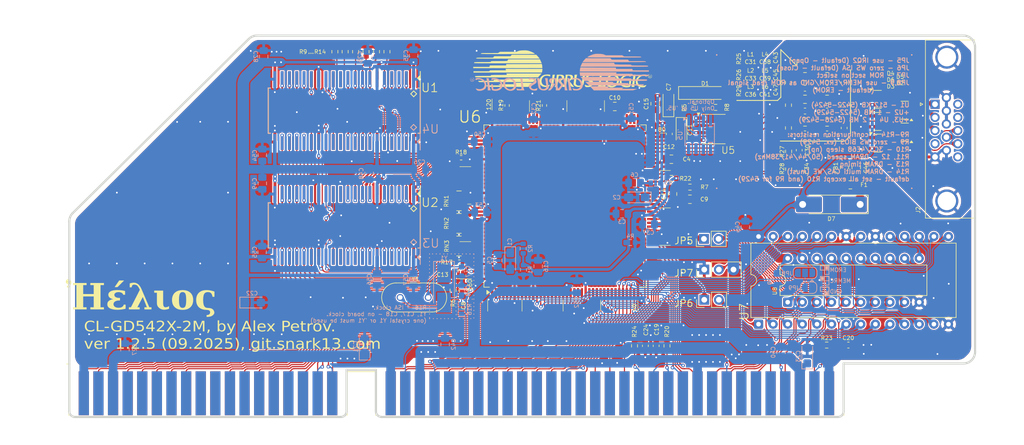
<source format=kicad_pcb>
(kicad_pcb
	(version 20241229)
	(generator "pcbnew")
	(generator_version "9.0")
	(general
		(thickness 1.6)
		(legacy_teardrops no)
	)
	(paper "A4")
	(title_block
		(title "Helios - Cirrus Logic GD542x-2M ISA VGA Card")
		(date "2025-09-13")
		(rev "1.2.5")
		(company "Alexander Petrov")
	)
	(layers
		(0 "F.Cu" signal)
		(2 "B.Cu" signal)
		(9 "F.Adhes" user "F.Adhesive")
		(11 "B.Adhes" user "B.Adhesive")
		(13 "F.Paste" user)
		(15 "B.Paste" user)
		(5 "F.SilkS" user "F.Silkscreen")
		(7 "B.SilkS" user "B.Silkscreen")
		(1 "F.Mask" user)
		(3 "B.Mask" user)
		(17 "Dwgs.User" user "User.Drawings")
		(19 "Cmts.User" user "User.Comments")
		(21 "Eco1.User" user "User.Eco1")
		(23 "Eco2.User" user "User.Eco2")
		(25 "Edge.Cuts" user)
		(27 "Margin" user)
		(31 "F.CrtYd" user "F.Courtyard")
		(29 "B.CrtYd" user "B.Courtyard")
		(35 "F.Fab" user)
		(33 "B.Fab" user)
	)
	(setup
		(stackup
			(layer "F.SilkS"
				(type "Top Silk Screen")
				(color "White")
			)
			(layer "F.Paste"
				(type "Top Solder Paste")
			)
			(layer "F.Mask"
				(type "Top Solder Mask")
				(color "Green")
				(thickness 0.01)
			)
			(layer "F.Cu"
				(type "copper")
				(thickness 0.035)
			)
			(layer "dielectric 1"
				(type "core")
				(color "FR4 natural")
				(thickness 1.51)
				(material "FR4")
				(epsilon_r 4.5)
				(loss_tangent 0.02)
			)
			(layer "B.Cu"
				(type "copper")
				(thickness 0.035)
			)
			(layer "B.Mask"
				(type "Bottom Solder Mask")
				(color "Green")
				(thickness 0.01)
			)
			(layer "B.Paste"
				(type "Bottom Solder Paste")
			)
			(layer "B.SilkS"
				(type "Bottom Silk Screen")
				(color "White")
			)
			(copper_finish "ENIG")
			(dielectric_constraints no)
		)
		(pad_to_mask_clearance 0)
		(allow_soldermask_bridges_in_footprints yes)
		(tenting front back)
		(pcbplotparams
			(layerselection 0x00000000_00000000_55555555_575555ff)
			(plot_on_all_layers_selection 0x00000000_00000000_00000000_02000000)
			(disableapertmacros no)
			(usegerberextensions yes)
			(usegerberattributes yes)
			(usegerberadvancedattributes yes)
			(creategerberjobfile yes)
			(dashed_line_dash_ratio 12.000000)
			(dashed_line_gap_ratio 3.000000)
			(svgprecision 4)
			(plotframeref no)
			(mode 1)
			(useauxorigin no)
			(hpglpennumber 1)
			(hpglpenspeed 20)
			(hpglpendiameter 15.000000)
			(pdf_front_fp_property_popups yes)
			(pdf_back_fp_property_popups yes)
			(pdf_metadata yes)
			(pdf_single_document no)
			(dxfpolygonmode yes)
			(dxfimperialunits yes)
			(dxfusepcbnewfont yes)
			(psnegative no)
			(psa4output no)
			(plot_black_and_white yes)
			(sketchpadsonfab no)
			(plotpadnumbers no)
			(hidednponfab no)
			(sketchdnponfab yes)
			(crossoutdnponfab yes)
			(subtractmaskfromsilk yes)
			(outputformat 1)
			(mirror no)
			(drillshape 0)
			(scaleselection 1)
			(outputdirectory "out/helios-0.5/")
		)
	)
	(net 0 "")
	(net 1 "/MD16")
	(net 2 "/MD17")
	(net 3 "/MD18")
	(net 4 "/MD19")
	(net 5 "/MD20")
	(net 6 "/MD21")
	(net 7 "/MD22")
	(net 8 "/MD23")
	(net 9 "/MD24")
	(net 10 "/MD25")
	(net 11 "/MD26")
	(net 12 "/MD27")
	(net 13 "/MD28")
	(net 14 "/MD29")
	(net 15 "/MD30")
	(net 16 "/MD31")
	(net 17 "/SD0")
	(net 18 "/SD1")
	(net 19 "/SD2")
	(net 20 "/SD3")
	(net 21 "/SD4")
	(net 22 "/SD5")
	(net 23 "/SD6")
	(net 24 "/SD7")
	(net 25 "/SD8")
	(net 26 "/SD9")
	(net 27 "/SD10")
	(net 28 "/SD11")
	(net 29 "/SD12")
	(net 30 "/SD13")
	(net 31 "/SD14")
	(net 32 "/SD15")
	(net 33 "/RESET")
	(net 34 "/LA23")
	(net 35 "/IOCHRDY")
	(net 36 "/LA22")
	(net 37 "/AEN")
	(net 38 "/BALE")
	(net 39 "/LA21")
	(net 40 "/LA20")
	(net 41 "/LA19")
	(net 42 "/LA18")
	(net 43 "/LA17")
	(net 44 "/SA16")
	(net 45 "/SA15")
	(net 46 "/SA14")
	(net 47 "/SA13")
	(net 48 "/SA12")
	(net 49 "/SA11")
	(net 50 "/SA10")
	(net 51 "/SA9")
	(net 52 "/SA8")
	(net 53 "/SA7")
	(net 54 "/SA6")
	(net 55 "/SA5")
	(net 56 "/SA4")
	(net 57 "/SA3")
	(net 58 "/SA2")
	(net 59 "/SA1")
	(net 60 "/SA0")
	(net 61 "/MD0")
	(net 62 "/MD1")
	(net 63 "/MD2")
	(net 64 "/MD3")
	(net 65 "/MD4")
	(net 66 "/MD5")
	(net 67 "/MD6")
	(net 68 "/MD7")
	(net 69 "VCC")
	(net 70 "RED")
	(net 71 "GREEN")
	(net 72 "BLUE")
	(net 73 "Net-(D1-A)")
	(net 74 "Net-(F1-Pad1)")
	(net 75 "MFILVDD")
	(net 76 "DACVSS")
	(net 77 "DACVDD")
	(net 78 "IREF")
	(net 79 "VFILVDD")
	(net 80 "MFILTER")
	(net 81 "VFILTER")
	(net 82 "/~{MEMW}")
	(net 83 "/~{MEMR}")
	(net 84 "/~{CAS3}")
	(net 85 "/~{IOR}")
	(net 86 "/~{CAS2}")
	(net 87 "/~{CAS1}")
	(net 88 "/~{CAS0}")
	(net 89 "/~{WE}")
	(net 90 "/~{RAS1}")
	(net 91 "/~{RAS0}")
	(net 92 "/~{EROM}")
	(net 93 "/~{IOCS16}")
	(net 94 "/~{MCS16}")
	(net 95 "/~{SBHE}")
	(net 96 "/~{REFRESH}")
	(net 97 "/~{IOW}")
	(net 98 "/0WS")
	(net 99 "VSYNC")
	(net 100 "HSYNC")
	(net 101 "/EEDI")
	(net 102 "/EECS")
	(net 103 "/P0")
	(net 104 "/P1")
	(net 105 "/P2")
	(net 106 "/P3")
	(net 107 "/P4")
	(net 108 "/P5")
	(net 109 "/P6")
	(net 110 "/P7")
	(net 111 "/DCLK")
	(net 112 "/~{BLANK}")
	(net 113 "/~{EVIDEO}")
	(net 114 "/~{ESYNC}")
	(net 115 "/~{EDCLK}")
	(net 116 "/MD15")
	(net 117 "/MD14")
	(net 118 "/MD13")
	(net 119 "/MD12")
	(net 120 "/MD11")
	(net 121 "/MD10")
	(net 122 "/MD9")
	(net 123 "/MD8")
	(net 124 "/MA8")
	(net 125 "/MA7")
	(net 126 "/MA6")
	(net 127 "/MA5")
	(net 128 "/MA4")
	(net 129 "/MA3")
	(net 130 "/MA2")
	(net 131 "/MA1")
	(net 132 "/MA0")
	(net 133 "/BOSC")
	(net 134 "unconnected-(J1--5V-Pad5)")
	(net 135 "unconnected-(J1-DRQ2-Pad6)")
	(net 136 "unconnected-(J1--12V-Pad7)")
	(net 137 "Net-(J1-UNUSED)")
	(net 138 "unconnected-(J1-+12V-Pad9)")
	(net 139 "unconnected-(J1-~{DACK3}-Pad15)")
	(net 140 "unconnected-(J1-DRQ3-Pad16)")
	(net 141 "unconnected-(J1-~{DACK1}-Pad17)")
	(net 142 "unconnected-(J1-DRQ1-Pad18)")
	(net 143 "unconnected-(J1-CLK-Pad20)")
	(net 144 "unconnected-(J1-IRQ7-Pad21)")
	(net 145 "unconnected-(J1-IRQ6-Pad22)")
	(net 146 "unconnected-(J1-IRQ5-Pad23)")
	(net 147 "unconnected-(J1-IRQ4-Pad24)")
	(net 148 "unconnected-(J1-IRQ3-Pad25)")
	(net 149 "unconnected-(J1-~{DACK2}-Pad26)")
	(net 150 "unconnected-(J1-TC-Pad27)")
	(net 151 "unconnected-(J1-IO-Pad32)")
	(net 152 "unconnected-(J1-BA19-Pad43)")
	(net 153 "unconnected-(J1-BA18-Pad44)")
	(net 154 "unconnected-(J1-BA17-Pad45)")
	(net 155 "unconnected-(J1-IRQ10-Pad65)")
	(net 156 "unconnected-(J1-IRQ11-Pad66)")
	(net 157 "unconnected-(J1-IRQ12-Pad67)")
	(net 158 "unconnected-(J1-IRQ15-Pad68)")
	(net 159 "unconnected-(J1-IRQ14-Pad69)")
	(net 160 "unconnected-(J1-~{DACK0}-Pad70)")
	(net 161 "unconnected-(J1-DRQ0-Pad71)")
	(net 162 "unconnected-(J1-~{DACK5}-Pad72)")
	(net 163 "unconnected-(J1-DRQ5-Pad73)")
	(net 164 "unconnected-(J1-~{DACK6}-Pad74)")
	(net 165 "unconnected-(J1-DRQ6-Pad75)")
	(net 166 "unconnected-(J1-~{DACK7}-Pad76)")
	(net 167 "unconnected-(J1-DRQ7-Pad77)")
	(net 168 "unconnected-(J1-MASTER-Pad79)")
	(net 169 "unconnected-(J1-~{MEMR}-Pad89)")
	(net 170 "unconnected-(J1-~{MEMW}-Pad90)")
	(net 171 "unconnected-(J2-Pad4)")
	(net 172 "unconnected-(J2-Pad11)")
	(net 173 "unconnected-(J2-Pad12)")
	(net 174 "unconnected-(J2-Pad15)")
	(net 175 "unconnected-(U1-NC-Pad11)")
	(net 176 "unconnected-(U1-NC-Pad12)")
	(net 177 "unconnected-(U1-NC-Pad15)")
	(net 178 "unconnected-(U1-NC-Pad30)")
	(net 179 "Net-(RN1-R2.1)")
	(net 180 "Net-(RN1-R4.1)")
	(net 181 "Net-(RN1-R1.1)")
	(net 182 "Net-(RN1-R3.1)")
	(net 183 "Net-(RN2-R1.1)")
	(net 184 "GND")
	(net 185 "Net-(RN2-R4.1)")
	(net 186 "GNDA")
	(net 187 "Net-(RN2-R3.1)")
	(net 188 "Net-(RN2-R2.1)")
	(net 189 "Net-(C8-Pad1)")
	(net 190 "Net-(C9-Pad1)")
	(net 191 "Net-(C30-Pad1)")
	(net 192 "Net-(C34-Pad1)")
	(net 193 "Net-(RN3-R3.1)")
	(net 194 "Net-(RN3-R2.1)")
	(net 195 "Net-(RN3-R1.1)")
	(net 196 "Net-(RN3-R4.1)")
	(net 197 "/~{MEMRC}")
	(net 198 "Net-(J1-IRQ2)")
	(net 199 "/IRQ2")
	(net 200 "Net-(C38-Pad1)")
	(net 201 "Net-(C39-Pad1)")
	(net 202 "Net-(C41-Pad1)")
	(net 203 "Net-(C43-Pad1)")
	(net 204 "Net-(C45-Pad1)")
	(net 205 "Net-(C46-Pad1)")
	(net 206 "Net-(C47-Pad1)")
	(net 207 "Net-(D7-K)")
	(net 208 "Net-(JP7-C)")
	(net 209 "Net-(JP8-C)")
	(net 210 "unconnected-(U3-NC-Pad11)")
	(net 211 "unconnected-(U3-NC-Pad30)")
	(net 212 "unconnected-(U3-NC-Pad15)")
	(net 213 "unconnected-(U3-NC-Pad12)")
	(net 214 "unconnected-(U4-NC-Pad11)")
	(net 215 "unconnected-(U4-NC-Pad15)")
	(net 216 "unconnected-(U4-NC-Pad30)")
	(net 217 "unconnected-(U4-NC-Pad12)")
	(net 218 "Net-(U7-D4)")
	(net 219 "Net-(U7-D7)")
	(net 220 "Net-(U7-D1)")
	(net 221 "Net-(U7-D5)")
	(net 222 "Net-(U7-D0)")
	(net 223 "Net-(U7-D3)")
	(net 224 "Net-(U7-D6)")
	(net 225 "Net-(U7-D2)")
	(net 226 "Net-(U6-XTAL)")
	(net 227 "Net-(U6-OSC)")
	(net 228 "Net-(U6-RESET)")
	(net 229 "Net-(U6-~{IOR})")
	(net 230 "Net-(U6-MA0)")
	(net 231 "Net-(U6-~{WE1})")
	(net 232 "Net-(U6-~{WE2})")
	(net 233 "Net-(U6-~{WE3})")
	(net 234 "Net-(U6-~{TWR})")
	(net 235 "unconnected-(U2-NC-Pad11)")
	(net 236 "unconnected-(U2-NC-Pad30)")
	(net 237 "unconnected-(U2-NC-Pad15)")
	(net 238 "unconnected-(U2-NC-Pad12)")
	(net 239 "unconnected-(U6-OVRW-Pad71)")
	(net 240 "unconnected-(U6-MCLK-Pad157)")
	(net 241 "unconnected-(U6-MA9-Pad143)")
	(net 242 "Net-('U5-Pad2)")
	(footprint "Package_SO_J-Lead:SOJ-40-Socket-LongPads" (layer "F.Cu") (at 120.865 81.127 180))
	(footprint "Package_SO_J-Lead:SOJ-40-Socket-LongPads" (layer "F.Cu") (at 120.865 61.174 180))
	(footprint "Connector_PinHeader_2.54mm:PinHeader_1x02_P2.54mm_Vertical" (layer "F.Cu") (at 184.075 93.925 90))
	(footprint "Capacitor_SMD:C_0603_1608Metric_Pad1.08x0.95mm_HandSolder" (layer "F.Cu") (at 209.1312 101.8032))
	(footprint "Resistor_SMD:R_0603_1608Metric" (layer "F.Cu") (at 205.359 101.8032))
	(footprint "Capacitor_SMD:C_0805_2012Metric_Pad1.18x1.45mm_HandSolder" (layer "F.Cu") (at 178.3588 69.4944))
	(footprint "Capacitor_SMD:C_0805_2012Metric" (layer "F.Cu") (at 168.525 60.325 180))
	(footprint "Capacitor_SMD:C_0805_2012Metric_Pad1.18x1.45mm_HandSolder" (layer "F.Cu") (at 175.5394 59.8424 90))
	(footprint "Capacitor_SMD:C_0805_2012Metric_Pad1.18x1.45mm_HandSolder" (layer "F.Cu") (at 141.351 89.535))
	(footprint "Capacitor_SMD:C_0805_2012Metric_Pad1.18x1.45mm_HandSolder" (layer "F.Cu") (at 178.562 75.5396 -90))
	(footprint "Capacitor_SMD:C_0603_1608Metric_Pad1.08x0.95mm_HandSolder" (layer "F.Cu") (at 200.5838 71.501 90))
	(footprint "Capacitor_SMD:C_0603_1608Metric_Pad1.08x0.95mm_HandSolder" (layer "F.Cu") (at 178 65.1002 -90))
	(footprint "Capacitor_Tantalum_SMD:CP_EIA-3216-18_Kemet-A" (layer "F.Cu") (at 177.85 59.8 90))
	(footprint "Capacitor_SMD:C_0805_2012Metric_Pad1.18x1.45mm_HandSolder" (layer "F.Cu") (at 210.5 70.925 -90))
	(footprint "Diode_SMD:D_MELF-RM10_Universal_Handsoldering" (layer "F.Cu") (at 206.175 77.35 180))
	(footprint "Fuse:Fuse_0805_2012Metric_Pad1.15x1.40mm_HandSolder" (layer "F.Cu") (at 209.4738 73.9394))
	(footprint "Inductor_SMD:L_0805_2012Metric_Pad1.15x1.40mm_HandSolder" (layer "F.Cu") (at 208.45 70.925 -90))
	(footprint "Resistor_SMD:R_0402_1005Metric_Pad0.72x0.64mm_HandSolder" (layer "F.Cu") (at 156.3 60.15 -90))
	(footprint "Resistor_SMD:R_0603_1608Metric" (layer "F.Cu") (at 140.4112 92.2782 -90))
	(footprint "Resistor_SMD:R_0603_1608Metric" (layer "F.Cu") (at 181.5846 74.3458))
	(footprint "Resistor_SMD:R_0603_1608Metric" (layer "F.Cu") (at 182.475 60.475))
	(footprint "Resistor_SMD:R_0603_1608Metric" (layer "F.Cu") (at 186.05 60.475 180))
	(footprint "Resistor_SMD:R_0603_1608Metric" (layer "F.Cu") (at 198.75 68.125 -90))
	(footprint "Resistor_SMD:R_0603_1608Metric" (layer "F.Cu") (at 198.75 71.2216 90))
	(footprint "Package_SO:SOIC-8_3.9x4.9mm_P1.27mm" (layer "F.Cu") (at 185.775 64.25))
	(footprint "Resistor_SMD:R_0402_1005Metric_Pad0.72x0.64mm_HandSolder" (layer "F.Cu") (at 149.8 60.15 -90))
	(footprint "Capacitor_SMD:C_0805_2012Metric" (layer "F.Cu") (at 142.2654 92.4052 90))
	(footprint "Capacitor_SMD:C_0805_2012Metric" (layer "F.Cu") (at 181.5846 76.454 180))
	(footprint "Connector_PCBEdge:BUS_AT" (layer "F.Cu") (at 205.7659 110.17758))
	(footprint "Connector_PinHeader_2.54mm:PinHeader_1x03_P2.54mm_Vertical" (layer "F.Cu") (at 184.075 88.675 90))
	(footprint "Inductor_SMD:L_0805_2012Metric_Pad1.15x1.40mm_HandSolder" (layer "F.Cu") (at 205.42298 59.071256))
	(footprint "Inductor_SMD:L_0805_2012Metric_Pad1.15x1.40mm_HandSolder" (layer "F.Cu") (at 201.58642 55.14086))
	(footprint "Inductor_SMD:L_0805_2012Metric_Pad1.15x1.40mm_HandSolder" (layer "F.Cu") (at 201.58642 59.07024))
	(footprint "Inductor_SMD:L_0805_2012Metric_Pad1.15x1.40mm_HandSolder" (layer "F.Cu") (at 201.58642 63.03264))
	(footprint "Inductor_SMD:L_0805_2012Metric_Pad1.15x1.40mm_HandSolder" (layer "F.Cu") (at 205.42298 63.03772))
	(footprint "Inductor_SMD:L_0805_2012Metric_Pad1.15x1.40mm_HandSolder"
		(layer "F.Cu")
		(uuid "00000000-0000-0000-0000-00005ef3c271")
		(at 205.42298 55.14086)
		(descr "Inductor SMD 0805 (2012 Metric), square (rectangular) end terminal, IPC_7351 nominal with elongated pad for handsoldering. (Body size source: https://docs.google.com/spreadsheets/d/1BsfQQcO9C6DZCsRaXUlFlo91Tg2WpOkGARC1WS5S8t0/edit?usp=sharing), generated with kicad-footprint-generator")
		(tags "inductor handsolder")
		(property "Reference" "L4"
			(at -10.78278 -3.87086 0)
			(layer "F.SilkS")
			(uuid "019db332-00ce-48b0-ba53-6f013c5b6c32")
			(effects
				(font
					(size 0.7 0.7)
					(thickness 0.1)
				)
			)
		)
		(property "Value" "100n"
			(at 0 1.65 0)
			(layer "F.Fab")
			(uuid "e432989e-5e6c-4081-99e3-0018e8d3edad")
			(effects
				(font
					(size 0.7 0.7)
					(thickness 0.1)
				)
			)
		)
		(property "Datasheet" "~"
			(at 0 0 0)
			(layer "F.Fab")
			(hide yes)
			(uuid "9c7ff203-fdd2-4c2e-90fc-e060db4cb20e")
			(effects
				(font
					(size 1.27 1.27)
					(thickness 0.15)
				)
			)
		)
		(property "Description" ""
			(at 0 0 0)
			(layer "F.Fab")
			(hide yes)
			(uuid "03e003da-9ffc-4f68-9796-dd3ed051d356")
			(effects
				(font
					(size 1.27 1.27)
					(thickness 0.15)
				)
			)
		)
		(property ki_fp_filters "Choke_* *Coil* Inductor_* L_*")
		(path "/00000000-0000-0000-0000-00005f3dec25")
		(sheetname "/")
		(sheetfile "helios.kicad_sch")
		(attr smd)
		(fp_line
			(start -0.261252 -0.71)
			(end 0.261252 -0.71)
			(stroke
				(width 0.12)
				(type solid)
			)
			(layer "F.SilkS")
			(uuid "387e1567-c669-4b99-8f3a-64a0eaf6da4a")
		)
		(fp_line
			(start -0.261252 0.71)
			(end 0.261252 0.71)
			(stroke
				(width 0.12)
				(type solid)
			)
			(layer "F.SilkS")
			(uuid "d6e84898-0faf-4540-9a0a-620d3f27b862")
		)
		(fp_line
			(start -1.85 -0.95)
			(end 1.85 -0.95)
			(stroke
				(width 0.05)
				(type solid)
			)
			(layer "F.CrtYd")
			(uuid "1ebd2f95-4d26-484b-8d56-1cbbe59f8051")
		)
		(fp_line
			(start -1.85 0.95)
			(end -1.85 -0.95)
			(stroke
				(width 0.05)
				(type solid)
			)
			(layer "F.CrtYd")
			(uuid "c5e67058-b35b-4ecc-aa65-2bfa6ef4a2
... [3211366 chars truncated]
</source>
